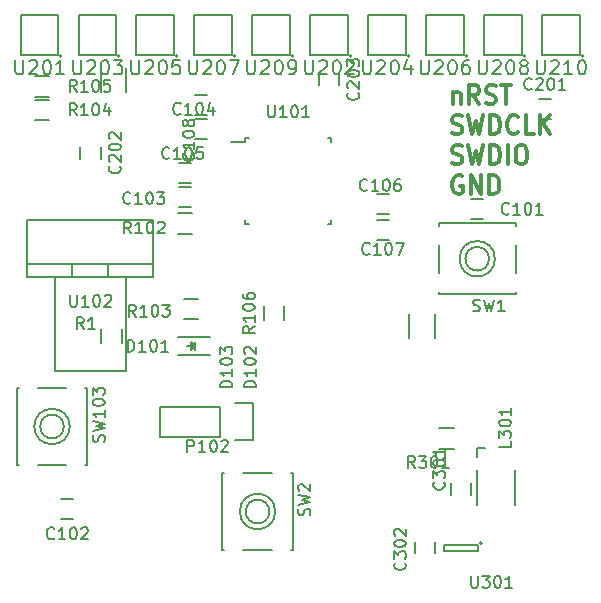
<source format=gto>
G04 #@! TF.FileFunction,Legend,Top*
%FSLAX46Y46*%
G04 Gerber Fmt 4.6, Leading zero omitted, Abs format (unit mm)*
G04 Created by KiCad (PCBNEW 4.0.2-stable) date Thursday, February 16, 2017 'PMt' 10:10:23 PM*
%MOMM*%
G01*
G04 APERTURE LIST*
%ADD10C,0.100000*%
%ADD11C,0.300000*%
%ADD12C,0.150000*%
%ADD13C,0.200000*%
G04 APERTURE END LIST*
D10*
D11*
X181957143Y-65047143D02*
X181957143Y-66113810D01*
X181957143Y-65199524D02*
X182028571Y-65123333D01*
X182171429Y-65047143D01*
X182385714Y-65047143D01*
X182528571Y-65123333D01*
X182600000Y-65275714D01*
X182600000Y-66113810D01*
X184171429Y-66113810D02*
X183671429Y-65351905D01*
X183314286Y-66113810D02*
X183314286Y-64513810D01*
X183885714Y-64513810D01*
X184028572Y-64590000D01*
X184100000Y-64666190D01*
X184171429Y-64818571D01*
X184171429Y-65047143D01*
X184100000Y-65199524D01*
X184028572Y-65275714D01*
X183885714Y-65351905D01*
X183314286Y-65351905D01*
X184742857Y-66037619D02*
X184957143Y-66113810D01*
X185314286Y-66113810D01*
X185457143Y-66037619D01*
X185528572Y-65961429D01*
X185600000Y-65809048D01*
X185600000Y-65656667D01*
X185528572Y-65504286D01*
X185457143Y-65428095D01*
X185314286Y-65351905D01*
X185028572Y-65275714D01*
X184885714Y-65199524D01*
X184814286Y-65123333D01*
X184742857Y-64970952D01*
X184742857Y-64818571D01*
X184814286Y-64666190D01*
X184885714Y-64590000D01*
X185028572Y-64513810D01*
X185385714Y-64513810D01*
X185600000Y-64590000D01*
X186028571Y-64513810D02*
X186885714Y-64513810D01*
X186457143Y-66113810D02*
X186457143Y-64513810D01*
X181885714Y-68577619D02*
X182100000Y-68653810D01*
X182457143Y-68653810D01*
X182600000Y-68577619D01*
X182671429Y-68501429D01*
X182742857Y-68349048D01*
X182742857Y-68196667D01*
X182671429Y-68044286D01*
X182600000Y-67968095D01*
X182457143Y-67891905D01*
X182171429Y-67815714D01*
X182028571Y-67739524D01*
X181957143Y-67663333D01*
X181885714Y-67510952D01*
X181885714Y-67358571D01*
X181957143Y-67206190D01*
X182028571Y-67130000D01*
X182171429Y-67053810D01*
X182528571Y-67053810D01*
X182742857Y-67130000D01*
X183242857Y-67053810D02*
X183600000Y-68653810D01*
X183885714Y-67510952D01*
X184171428Y-68653810D01*
X184528571Y-67053810D01*
X185100000Y-68653810D02*
X185100000Y-67053810D01*
X185457143Y-67053810D01*
X185671428Y-67130000D01*
X185814286Y-67282381D01*
X185885714Y-67434762D01*
X185957143Y-67739524D01*
X185957143Y-67968095D01*
X185885714Y-68272857D01*
X185814286Y-68425238D01*
X185671428Y-68577619D01*
X185457143Y-68653810D01*
X185100000Y-68653810D01*
X187457143Y-68501429D02*
X187385714Y-68577619D01*
X187171428Y-68653810D01*
X187028571Y-68653810D01*
X186814286Y-68577619D01*
X186671428Y-68425238D01*
X186600000Y-68272857D01*
X186528571Y-67968095D01*
X186528571Y-67739524D01*
X186600000Y-67434762D01*
X186671428Y-67282381D01*
X186814286Y-67130000D01*
X187028571Y-67053810D01*
X187171428Y-67053810D01*
X187385714Y-67130000D01*
X187457143Y-67206190D01*
X188814286Y-68653810D02*
X188100000Y-68653810D01*
X188100000Y-67053810D01*
X189314286Y-68653810D02*
X189314286Y-67053810D01*
X190171429Y-68653810D02*
X189528572Y-67739524D01*
X190171429Y-67053810D02*
X189314286Y-67968095D01*
X181885714Y-71117619D02*
X182100000Y-71193810D01*
X182457143Y-71193810D01*
X182600000Y-71117619D01*
X182671429Y-71041429D01*
X182742857Y-70889048D01*
X182742857Y-70736667D01*
X182671429Y-70584286D01*
X182600000Y-70508095D01*
X182457143Y-70431905D01*
X182171429Y-70355714D01*
X182028571Y-70279524D01*
X181957143Y-70203333D01*
X181885714Y-70050952D01*
X181885714Y-69898571D01*
X181957143Y-69746190D01*
X182028571Y-69670000D01*
X182171429Y-69593810D01*
X182528571Y-69593810D01*
X182742857Y-69670000D01*
X183242857Y-69593810D02*
X183600000Y-71193810D01*
X183885714Y-70050952D01*
X184171428Y-71193810D01*
X184528571Y-69593810D01*
X185100000Y-71193810D02*
X185100000Y-69593810D01*
X185457143Y-69593810D01*
X185671428Y-69670000D01*
X185814286Y-69822381D01*
X185885714Y-69974762D01*
X185957143Y-70279524D01*
X185957143Y-70508095D01*
X185885714Y-70812857D01*
X185814286Y-70965238D01*
X185671428Y-71117619D01*
X185457143Y-71193810D01*
X185100000Y-71193810D01*
X186600000Y-71193810D02*
X186600000Y-69593810D01*
X187600000Y-69593810D02*
X187885714Y-69593810D01*
X188028572Y-69670000D01*
X188171429Y-69822381D01*
X188242857Y-70127143D01*
X188242857Y-70660476D01*
X188171429Y-70965238D01*
X188028572Y-71117619D01*
X187885714Y-71193810D01*
X187600000Y-71193810D01*
X187457143Y-71117619D01*
X187314286Y-70965238D01*
X187242857Y-70660476D01*
X187242857Y-70127143D01*
X187314286Y-69822381D01*
X187457143Y-69670000D01*
X187600000Y-69593810D01*
X182742857Y-72210000D02*
X182600000Y-72133810D01*
X182385714Y-72133810D01*
X182171429Y-72210000D01*
X182028571Y-72362381D01*
X181957143Y-72514762D01*
X181885714Y-72819524D01*
X181885714Y-73048095D01*
X181957143Y-73352857D01*
X182028571Y-73505238D01*
X182171429Y-73657619D01*
X182385714Y-73733810D01*
X182528571Y-73733810D01*
X182742857Y-73657619D01*
X182814286Y-73581429D01*
X182814286Y-73048095D01*
X182528571Y-73048095D01*
X183457143Y-73733810D02*
X183457143Y-72133810D01*
X184314286Y-73733810D01*
X184314286Y-72133810D01*
X185028572Y-73733810D02*
X185028572Y-72133810D01*
X185385715Y-72133810D01*
X185600000Y-72210000D01*
X185742858Y-72362381D01*
X185814286Y-72514762D01*
X185885715Y-72819524D01*
X185885715Y-73048095D01*
X185814286Y-73352857D01*
X185742858Y-73505238D01*
X185600000Y-73657619D01*
X185385715Y-73733810D01*
X185028572Y-73733810D01*
D12*
X180399000Y-83910000D02*
X180399000Y-85910000D01*
X178249000Y-85910000D02*
X178249000Y-83910000D01*
X160100000Y-67000000D02*
X161100000Y-67000000D01*
X161100000Y-65300000D02*
X160100000Y-65300000D01*
D13*
X154257000Y-88724000D02*
X154257000Y-80724000D01*
X148257000Y-88724000D02*
X148257000Y-80724000D01*
X148257000Y-88724000D02*
X154257000Y-88724000D01*
D12*
X152781000Y-80772000D02*
X152781000Y-79629000D01*
X149733000Y-80772000D02*
X149733000Y-79629000D01*
X145923000Y-79629000D02*
X145923000Y-75946000D01*
X145923000Y-75946000D02*
X156591000Y-75946000D01*
X156591000Y-75946000D02*
X156591000Y-79629000D01*
X145923000Y-80772000D02*
X145923000Y-79629000D01*
X145923000Y-79629000D02*
X156591000Y-79629000D01*
X156591000Y-79629000D02*
X156591000Y-80772000D01*
X151257000Y-80772000D02*
X156591000Y-80772000D01*
X151257000Y-80772000D02*
X145923000Y-80772000D01*
X154275000Y-63050000D02*
X154275000Y-65050000D01*
X152125000Y-65050000D02*
X152125000Y-63050000D01*
X183500000Y-75850000D02*
X184500000Y-75850000D01*
X184500000Y-74150000D02*
X183500000Y-74150000D01*
X148800000Y-101250000D02*
X149800000Y-101250000D01*
X149800000Y-99550000D02*
X148800000Y-99550000D01*
X158750000Y-74850000D02*
X159750000Y-74850000D01*
X159750000Y-73150000D02*
X158750000Y-73150000D01*
X160100000Y-69100000D02*
X161100000Y-69100000D01*
X161100000Y-67400000D02*
X160100000Y-67400000D01*
X158750000Y-72750000D02*
X159750000Y-72750000D01*
X159750000Y-71050000D02*
X158750000Y-71050000D01*
X183450000Y-99200000D02*
X183450000Y-98200000D01*
X181750000Y-98200000D02*
X181750000Y-99200000D01*
X178750000Y-103150000D02*
X178750000Y-104150000D01*
X180450000Y-104150000D02*
X180450000Y-103150000D01*
X161366000Y-85864000D02*
X158666000Y-85864000D01*
X161366000Y-87364000D02*
X158666000Y-87364000D01*
X159866000Y-86464000D02*
X159866000Y-86714000D01*
X159866000Y-86714000D02*
X160016000Y-86564000D01*
X160116000Y-86964000D02*
X160116000Y-86264000D01*
X159766000Y-86614000D02*
X159416000Y-86614000D01*
X160116000Y-86614000D02*
X159766000Y-86964000D01*
X159766000Y-86964000D02*
X159766000Y-86264000D01*
X159766000Y-86264000D02*
X160116000Y-86614000D01*
X184000000Y-95200000D02*
X184650000Y-95200000D01*
X184000000Y-95950000D02*
X184000000Y-95200000D01*
X184000000Y-100050000D02*
X184000000Y-97050000D01*
X187200000Y-97050000D02*
X187200000Y-100050000D01*
X153925000Y-85150000D02*
X153925000Y-86350000D01*
X152175000Y-86350000D02*
X152175000Y-85150000D01*
X159850000Y-77075000D02*
X158650000Y-77075000D01*
X158650000Y-75325000D02*
X159850000Y-75325000D01*
X160366000Y-84314000D02*
X159166000Y-84314000D01*
X159166000Y-82564000D02*
X160366000Y-82564000D01*
X147750000Y-67475000D02*
X146550000Y-67475000D01*
X146550000Y-65725000D02*
X147750000Y-65725000D01*
X147750000Y-65475000D02*
X146550000Y-65475000D01*
X146550000Y-63725000D02*
X147750000Y-63725000D01*
X167675000Y-83200000D02*
X167675000Y-84400000D01*
X165925000Y-84400000D02*
X165925000Y-83200000D01*
X180800000Y-93525000D02*
X182000000Y-93525000D01*
X182000000Y-95275000D02*
X180800000Y-95275000D01*
X164375000Y-68975000D02*
X164375000Y-69275000D01*
X171625000Y-68975000D02*
X171625000Y-69275000D01*
X171625000Y-76225000D02*
X171625000Y-75925000D01*
X164375000Y-76225000D02*
X164375000Y-75925000D01*
X164375000Y-68975000D02*
X164675000Y-68975000D01*
X164375000Y-76225000D02*
X164675000Y-76225000D01*
X171625000Y-76225000D02*
X171325000Y-76225000D01*
X171625000Y-68975000D02*
X171325000Y-68975000D01*
X164375000Y-69275000D02*
X163150000Y-69275000D01*
X184400000Y-103300000D02*
G75*
G03X184400000Y-103300000I-100000J0D01*
G01*
X184050000Y-103950000D02*
X184050000Y-103450000D01*
X181150000Y-103950000D02*
X184050000Y-103950000D01*
X181150000Y-103450000D02*
X181150000Y-103950000D01*
X184050000Y-103450000D02*
X181150000Y-103450000D01*
X162230000Y-91730000D02*
X157150000Y-91730000D01*
X157150000Y-91730000D02*
X157150000Y-94270000D01*
X157150000Y-94270000D02*
X162230000Y-94270000D01*
X165050000Y-94550000D02*
X163500000Y-94550000D01*
X162230000Y-94270000D02*
X162230000Y-91730000D01*
X163500000Y-91450000D02*
X165050000Y-91450000D01*
X165050000Y-91450000D02*
X165050000Y-94550000D01*
X176500000Y-73750000D02*
X175500000Y-73750000D01*
X175500000Y-75450000D02*
X176500000Y-75450000D01*
X176500000Y-75950000D02*
X175500000Y-75950000D01*
X175500000Y-77650000D02*
X176500000Y-77650000D01*
X180750000Y-82200000D02*
X180750000Y-82000000D01*
X180750000Y-76200000D02*
X180750000Y-76400000D01*
X187250000Y-76200000D02*
X187250000Y-76400000D01*
X187250000Y-82200000D02*
X187250000Y-82000000D01*
X187250000Y-80400000D02*
X187250000Y-78000000D01*
X180750000Y-80400000D02*
X180750000Y-78000000D01*
X180750000Y-82200000D02*
X187250000Y-82200000D01*
X187250000Y-76200000D02*
X180750000Y-76200000D01*
X185000000Y-79200000D02*
G75*
G03X185000000Y-79200000I-1000000J0D01*
G01*
X185500000Y-79200000D02*
G75*
G03X185500000Y-79200000I-1500000J0D01*
G01*
X168400000Y-103850000D02*
X168200000Y-103850000D01*
X162400000Y-103850000D02*
X162600000Y-103850000D01*
X162400000Y-97350000D02*
X162600000Y-97350000D01*
X168400000Y-97350000D02*
X168200000Y-97350000D01*
X166600000Y-97350000D02*
X164200000Y-97350000D01*
X166600000Y-103850000D02*
X164200000Y-103850000D01*
X168400000Y-103850000D02*
X168400000Y-97350000D01*
X162400000Y-97350000D02*
X162400000Y-103850000D01*
X166400000Y-100600000D02*
G75*
G03X166400000Y-100600000I-1000000J0D01*
G01*
X166900000Y-100600000D02*
G75*
G03X166900000Y-100600000I-1500000J0D01*
G01*
X151000000Y-96650000D02*
X150800000Y-96650000D01*
X145000000Y-96650000D02*
X145200000Y-96650000D01*
X145000000Y-90150000D02*
X145200000Y-90150000D01*
X151000000Y-90150000D02*
X150800000Y-90150000D01*
X149200000Y-90150000D02*
X146800000Y-90150000D01*
X149200000Y-96650000D02*
X146800000Y-96650000D01*
X151000000Y-96650000D02*
X151000000Y-90150000D01*
X145000000Y-90150000D02*
X145000000Y-96650000D01*
X149000000Y-93400000D02*
G75*
G03X149000000Y-93400000I-1000000J0D01*
G01*
X149500000Y-93400000D02*
G75*
G03X149500000Y-93400000I-1500000J0D01*
G01*
X148540000Y-58530000D02*
X148540000Y-61930000D01*
X145340000Y-58530000D02*
X148540000Y-58530000D01*
X145340000Y-61930000D02*
X145340000Y-58530000D01*
X148540000Y-61930000D02*
X145340000Y-61930000D01*
D13*
X148840000Y-62030000D02*
G75*
G03X148840000Y-62030000I-100000J0D01*
G01*
D12*
X173067775Y-58530000D02*
X173067775Y-61930000D01*
X169867775Y-58530000D02*
X173067775Y-58530000D01*
X169867775Y-61930000D02*
X169867775Y-58530000D01*
X173067775Y-61930000D02*
X169867775Y-61930000D01*
D13*
X173367775Y-62030000D02*
G75*
G03X173367775Y-62030000I-100000J0D01*
G01*
D12*
X153445555Y-58530000D02*
X153445555Y-61930000D01*
X150245555Y-58530000D02*
X153445555Y-58530000D01*
X150245555Y-61930000D02*
X150245555Y-58530000D01*
X153445555Y-61930000D02*
X150245555Y-61930000D01*
D13*
X153745555Y-62030000D02*
G75*
G03X153745555Y-62030000I-100000J0D01*
G01*
D12*
X177973330Y-58530000D02*
X177973330Y-61930000D01*
X174773330Y-58530000D02*
X177973330Y-58530000D01*
X174773330Y-61930000D02*
X174773330Y-58530000D01*
X177973330Y-61930000D02*
X174773330Y-61930000D01*
D13*
X178273330Y-62030000D02*
G75*
G03X178273330Y-62030000I-100000J0D01*
G01*
D12*
X158351110Y-58530000D02*
X158351110Y-61930000D01*
X155151110Y-58530000D02*
X158351110Y-58530000D01*
X155151110Y-61930000D02*
X155151110Y-58530000D01*
X158351110Y-61930000D02*
X155151110Y-61930000D01*
D13*
X158651110Y-62030000D02*
G75*
G03X158651110Y-62030000I-100000J0D01*
G01*
D12*
X182878885Y-58530000D02*
X182878885Y-61930000D01*
X179678885Y-58530000D02*
X182878885Y-58530000D01*
X179678885Y-61930000D02*
X179678885Y-58530000D01*
X182878885Y-61930000D02*
X179678885Y-61930000D01*
D13*
X183178885Y-62030000D02*
G75*
G03X183178885Y-62030000I-100000J0D01*
G01*
D12*
X163256665Y-58530000D02*
X163256665Y-61930000D01*
X160056665Y-58530000D02*
X163256665Y-58530000D01*
X160056665Y-61930000D02*
X160056665Y-58530000D01*
X163256665Y-61930000D02*
X160056665Y-61930000D01*
D13*
X163556665Y-62030000D02*
G75*
G03X163556665Y-62030000I-100000J0D01*
G01*
D12*
X187784440Y-58530000D02*
X187784440Y-61930000D01*
X184584440Y-58530000D02*
X187784440Y-58530000D01*
X184584440Y-61930000D02*
X184584440Y-58530000D01*
X187784440Y-61930000D02*
X184584440Y-61930000D01*
D13*
X188084440Y-62030000D02*
G75*
G03X188084440Y-62030000I-100000J0D01*
G01*
D12*
X168162220Y-58530000D02*
X168162220Y-61930000D01*
X164962220Y-58530000D02*
X168162220Y-58530000D01*
X164962220Y-61930000D02*
X164962220Y-58530000D01*
X168162220Y-61930000D02*
X164962220Y-61930000D01*
D13*
X168462220Y-62030000D02*
G75*
G03X168462220Y-62030000I-100000J0D01*
G01*
D12*
X192689995Y-58530000D02*
X192689995Y-61930000D01*
X189489995Y-58530000D02*
X192689995Y-58530000D01*
X189489995Y-61930000D02*
X189489995Y-58530000D01*
X192689995Y-61930000D02*
X189489995Y-61930000D01*
D13*
X192989995Y-62030000D02*
G75*
G03X192989995Y-62030000I-100000J0D01*
G01*
D12*
X190222000Y-65698000D02*
X189222000Y-65698000D01*
X189222000Y-67398000D02*
X190222000Y-67398000D01*
X152107000Y-70731000D02*
X152107000Y-69731000D01*
X150407000Y-69731000D02*
X150407000Y-70731000D01*
X172300000Y-64524000D02*
X172300000Y-63524000D01*
X170600000Y-63524000D02*
X170600000Y-64524000D01*
X159957143Y-70269047D02*
X160004762Y-70316666D01*
X160052381Y-70459523D01*
X160052381Y-70554761D01*
X160004762Y-70697619D01*
X159909524Y-70792857D01*
X159814286Y-70840476D01*
X159623810Y-70888095D01*
X159480952Y-70888095D01*
X159290476Y-70840476D01*
X159195238Y-70792857D01*
X159100000Y-70697619D01*
X159052381Y-70554761D01*
X159052381Y-70459523D01*
X159100000Y-70316666D01*
X159147619Y-70269047D01*
X160052381Y-69316666D02*
X160052381Y-69888095D01*
X160052381Y-69602381D02*
X159052381Y-69602381D01*
X159195238Y-69697619D01*
X159290476Y-69792857D01*
X159338095Y-69888095D01*
X159052381Y-68697619D02*
X159052381Y-68602380D01*
X159100000Y-68507142D01*
X159147619Y-68459523D01*
X159242857Y-68411904D01*
X159433333Y-68364285D01*
X159671429Y-68364285D01*
X159861905Y-68411904D01*
X159957143Y-68459523D01*
X160004762Y-68507142D01*
X160052381Y-68602380D01*
X160052381Y-68697619D01*
X160004762Y-68792857D01*
X159957143Y-68840476D01*
X159861905Y-68888095D01*
X159671429Y-68935714D01*
X159433333Y-68935714D01*
X159242857Y-68888095D01*
X159147619Y-68840476D01*
X159100000Y-68792857D01*
X159052381Y-68697619D01*
X159480952Y-67792857D02*
X159433333Y-67888095D01*
X159385714Y-67935714D01*
X159290476Y-67983333D01*
X159242857Y-67983333D01*
X159147619Y-67935714D01*
X159100000Y-67888095D01*
X159052381Y-67792857D01*
X159052381Y-67602380D01*
X159100000Y-67507142D01*
X159147619Y-67459523D01*
X159242857Y-67411904D01*
X159290476Y-67411904D01*
X159385714Y-67459523D01*
X159433333Y-67507142D01*
X159480952Y-67602380D01*
X159480952Y-67792857D01*
X159528571Y-67888095D01*
X159576190Y-67935714D01*
X159671429Y-67983333D01*
X159861905Y-67983333D01*
X159957143Y-67935714D01*
X160004762Y-67888095D01*
X160052381Y-67792857D01*
X160052381Y-67602380D01*
X160004762Y-67507142D01*
X159957143Y-67459523D01*
X159861905Y-67411904D01*
X159671429Y-67411904D01*
X159576190Y-67459523D01*
X159528571Y-67507142D01*
X159480952Y-67602380D01*
X149542714Y-82256381D02*
X149542714Y-83065905D01*
X149590333Y-83161143D01*
X149637952Y-83208762D01*
X149733190Y-83256381D01*
X149923667Y-83256381D01*
X150018905Y-83208762D01*
X150066524Y-83161143D01*
X150114143Y-83065905D01*
X150114143Y-82256381D01*
X151114143Y-83256381D02*
X150542714Y-83256381D01*
X150828428Y-83256381D02*
X150828428Y-82256381D01*
X150733190Y-82399238D01*
X150637952Y-82494476D01*
X150542714Y-82542095D01*
X151733190Y-82256381D02*
X151828429Y-82256381D01*
X151923667Y-82304000D01*
X151971286Y-82351619D01*
X152018905Y-82446857D01*
X152066524Y-82637333D01*
X152066524Y-82875429D01*
X152018905Y-83065905D01*
X151971286Y-83161143D01*
X151923667Y-83208762D01*
X151828429Y-83256381D01*
X151733190Y-83256381D01*
X151637952Y-83208762D01*
X151590333Y-83161143D01*
X151542714Y-83065905D01*
X151495095Y-82875429D01*
X151495095Y-82637333D01*
X151542714Y-82446857D01*
X151590333Y-82351619D01*
X151637952Y-82304000D01*
X151733190Y-82256381D01*
X152447476Y-82351619D02*
X152495095Y-82304000D01*
X152590333Y-82256381D01*
X152828429Y-82256381D01*
X152923667Y-82304000D01*
X152971286Y-82351619D01*
X153018905Y-82446857D01*
X153018905Y-82542095D01*
X152971286Y-82684952D01*
X152399857Y-83256381D01*
X153018905Y-83256381D01*
X186680953Y-75357143D02*
X186633334Y-75404762D01*
X186490477Y-75452381D01*
X186395239Y-75452381D01*
X186252381Y-75404762D01*
X186157143Y-75309524D01*
X186109524Y-75214286D01*
X186061905Y-75023810D01*
X186061905Y-74880952D01*
X186109524Y-74690476D01*
X186157143Y-74595238D01*
X186252381Y-74500000D01*
X186395239Y-74452381D01*
X186490477Y-74452381D01*
X186633334Y-74500000D01*
X186680953Y-74547619D01*
X187633334Y-75452381D02*
X187061905Y-75452381D01*
X187347619Y-75452381D02*
X187347619Y-74452381D01*
X187252381Y-74595238D01*
X187157143Y-74690476D01*
X187061905Y-74738095D01*
X188252381Y-74452381D02*
X188347620Y-74452381D01*
X188442858Y-74500000D01*
X188490477Y-74547619D01*
X188538096Y-74642857D01*
X188585715Y-74833333D01*
X188585715Y-75071429D01*
X188538096Y-75261905D01*
X188490477Y-75357143D01*
X188442858Y-75404762D01*
X188347620Y-75452381D01*
X188252381Y-75452381D01*
X188157143Y-75404762D01*
X188109524Y-75357143D01*
X188061905Y-75261905D01*
X188014286Y-75071429D01*
X188014286Y-74833333D01*
X188061905Y-74642857D01*
X188109524Y-74547619D01*
X188157143Y-74500000D01*
X188252381Y-74452381D01*
X189538096Y-75452381D02*
X188966667Y-75452381D01*
X189252381Y-75452381D02*
X189252381Y-74452381D01*
X189157143Y-74595238D01*
X189061905Y-74690476D01*
X188966667Y-74738095D01*
X148180953Y-102857143D02*
X148133334Y-102904762D01*
X147990477Y-102952381D01*
X147895239Y-102952381D01*
X147752381Y-102904762D01*
X147657143Y-102809524D01*
X147609524Y-102714286D01*
X147561905Y-102523810D01*
X147561905Y-102380952D01*
X147609524Y-102190476D01*
X147657143Y-102095238D01*
X147752381Y-102000000D01*
X147895239Y-101952381D01*
X147990477Y-101952381D01*
X148133334Y-102000000D01*
X148180953Y-102047619D01*
X149133334Y-102952381D02*
X148561905Y-102952381D01*
X148847619Y-102952381D02*
X148847619Y-101952381D01*
X148752381Y-102095238D01*
X148657143Y-102190476D01*
X148561905Y-102238095D01*
X149752381Y-101952381D02*
X149847620Y-101952381D01*
X149942858Y-102000000D01*
X149990477Y-102047619D01*
X150038096Y-102142857D01*
X150085715Y-102333333D01*
X150085715Y-102571429D01*
X150038096Y-102761905D01*
X149990477Y-102857143D01*
X149942858Y-102904762D01*
X149847620Y-102952381D01*
X149752381Y-102952381D01*
X149657143Y-102904762D01*
X149609524Y-102857143D01*
X149561905Y-102761905D01*
X149514286Y-102571429D01*
X149514286Y-102333333D01*
X149561905Y-102142857D01*
X149609524Y-102047619D01*
X149657143Y-102000000D01*
X149752381Y-101952381D01*
X150466667Y-102047619D02*
X150514286Y-102000000D01*
X150609524Y-101952381D01*
X150847620Y-101952381D01*
X150942858Y-102000000D01*
X150990477Y-102047619D01*
X151038096Y-102142857D01*
X151038096Y-102238095D01*
X150990477Y-102380952D01*
X150419048Y-102952381D01*
X151038096Y-102952381D01*
X154630953Y-74457143D02*
X154583334Y-74504762D01*
X154440477Y-74552381D01*
X154345239Y-74552381D01*
X154202381Y-74504762D01*
X154107143Y-74409524D01*
X154059524Y-74314286D01*
X154011905Y-74123810D01*
X154011905Y-73980952D01*
X154059524Y-73790476D01*
X154107143Y-73695238D01*
X154202381Y-73600000D01*
X154345239Y-73552381D01*
X154440477Y-73552381D01*
X154583334Y-73600000D01*
X154630953Y-73647619D01*
X155583334Y-74552381D02*
X155011905Y-74552381D01*
X155297619Y-74552381D02*
X155297619Y-73552381D01*
X155202381Y-73695238D01*
X155107143Y-73790476D01*
X155011905Y-73838095D01*
X156202381Y-73552381D02*
X156297620Y-73552381D01*
X156392858Y-73600000D01*
X156440477Y-73647619D01*
X156488096Y-73742857D01*
X156535715Y-73933333D01*
X156535715Y-74171429D01*
X156488096Y-74361905D01*
X156440477Y-74457143D01*
X156392858Y-74504762D01*
X156297620Y-74552381D01*
X156202381Y-74552381D01*
X156107143Y-74504762D01*
X156059524Y-74457143D01*
X156011905Y-74361905D01*
X155964286Y-74171429D01*
X155964286Y-73933333D01*
X156011905Y-73742857D01*
X156059524Y-73647619D01*
X156107143Y-73600000D01*
X156202381Y-73552381D01*
X156869048Y-73552381D02*
X157488096Y-73552381D01*
X157154762Y-73933333D01*
X157297620Y-73933333D01*
X157392858Y-73980952D01*
X157440477Y-74028571D01*
X157488096Y-74123810D01*
X157488096Y-74361905D01*
X157440477Y-74457143D01*
X157392858Y-74504762D01*
X157297620Y-74552381D01*
X157011905Y-74552381D01*
X156916667Y-74504762D01*
X156869048Y-74457143D01*
X158880953Y-66907143D02*
X158833334Y-66954762D01*
X158690477Y-67002381D01*
X158595239Y-67002381D01*
X158452381Y-66954762D01*
X158357143Y-66859524D01*
X158309524Y-66764286D01*
X158261905Y-66573810D01*
X158261905Y-66430952D01*
X158309524Y-66240476D01*
X158357143Y-66145238D01*
X158452381Y-66050000D01*
X158595239Y-66002381D01*
X158690477Y-66002381D01*
X158833334Y-66050000D01*
X158880953Y-66097619D01*
X159833334Y-67002381D02*
X159261905Y-67002381D01*
X159547619Y-67002381D02*
X159547619Y-66002381D01*
X159452381Y-66145238D01*
X159357143Y-66240476D01*
X159261905Y-66288095D01*
X160452381Y-66002381D02*
X160547620Y-66002381D01*
X160642858Y-66050000D01*
X160690477Y-66097619D01*
X160738096Y-66192857D01*
X160785715Y-66383333D01*
X160785715Y-66621429D01*
X160738096Y-66811905D01*
X160690477Y-66907143D01*
X160642858Y-66954762D01*
X160547620Y-67002381D01*
X160452381Y-67002381D01*
X160357143Y-66954762D01*
X160309524Y-66907143D01*
X160261905Y-66811905D01*
X160214286Y-66621429D01*
X160214286Y-66383333D01*
X160261905Y-66192857D01*
X160309524Y-66097619D01*
X160357143Y-66050000D01*
X160452381Y-66002381D01*
X161642858Y-66335714D02*
X161642858Y-67002381D01*
X161404762Y-65954762D02*
X161166667Y-66669048D01*
X161785715Y-66669048D01*
X157930953Y-70657143D02*
X157883334Y-70704762D01*
X157740477Y-70752381D01*
X157645239Y-70752381D01*
X157502381Y-70704762D01*
X157407143Y-70609524D01*
X157359524Y-70514286D01*
X157311905Y-70323810D01*
X157311905Y-70180952D01*
X157359524Y-69990476D01*
X157407143Y-69895238D01*
X157502381Y-69800000D01*
X157645239Y-69752381D01*
X157740477Y-69752381D01*
X157883334Y-69800000D01*
X157930953Y-69847619D01*
X158883334Y-70752381D02*
X158311905Y-70752381D01*
X158597619Y-70752381D02*
X158597619Y-69752381D01*
X158502381Y-69895238D01*
X158407143Y-69990476D01*
X158311905Y-70038095D01*
X159502381Y-69752381D02*
X159597620Y-69752381D01*
X159692858Y-69800000D01*
X159740477Y-69847619D01*
X159788096Y-69942857D01*
X159835715Y-70133333D01*
X159835715Y-70371429D01*
X159788096Y-70561905D01*
X159740477Y-70657143D01*
X159692858Y-70704762D01*
X159597620Y-70752381D01*
X159502381Y-70752381D01*
X159407143Y-70704762D01*
X159359524Y-70657143D01*
X159311905Y-70561905D01*
X159264286Y-70371429D01*
X159264286Y-70133333D01*
X159311905Y-69942857D01*
X159359524Y-69847619D01*
X159407143Y-69800000D01*
X159502381Y-69752381D01*
X160740477Y-69752381D02*
X160264286Y-69752381D01*
X160216667Y-70228571D01*
X160264286Y-70180952D01*
X160359524Y-70133333D01*
X160597620Y-70133333D01*
X160692858Y-70180952D01*
X160740477Y-70228571D01*
X160788096Y-70323810D01*
X160788096Y-70561905D01*
X160740477Y-70657143D01*
X160692858Y-70704762D01*
X160597620Y-70752381D01*
X160359524Y-70752381D01*
X160264286Y-70704762D01*
X160216667Y-70657143D01*
X181157143Y-98119047D02*
X181204762Y-98166666D01*
X181252381Y-98309523D01*
X181252381Y-98404761D01*
X181204762Y-98547619D01*
X181109524Y-98642857D01*
X181014286Y-98690476D01*
X180823810Y-98738095D01*
X180680952Y-98738095D01*
X180490476Y-98690476D01*
X180395238Y-98642857D01*
X180300000Y-98547619D01*
X180252381Y-98404761D01*
X180252381Y-98309523D01*
X180300000Y-98166666D01*
X180347619Y-98119047D01*
X180252381Y-97785714D02*
X180252381Y-97166666D01*
X180633333Y-97500000D01*
X180633333Y-97357142D01*
X180680952Y-97261904D01*
X180728571Y-97214285D01*
X180823810Y-97166666D01*
X181061905Y-97166666D01*
X181157143Y-97214285D01*
X181204762Y-97261904D01*
X181252381Y-97357142D01*
X181252381Y-97642857D01*
X181204762Y-97738095D01*
X181157143Y-97785714D01*
X180252381Y-96547619D02*
X180252381Y-96452380D01*
X180300000Y-96357142D01*
X180347619Y-96309523D01*
X180442857Y-96261904D01*
X180633333Y-96214285D01*
X180871429Y-96214285D01*
X181061905Y-96261904D01*
X181157143Y-96309523D01*
X181204762Y-96357142D01*
X181252381Y-96452380D01*
X181252381Y-96547619D01*
X181204762Y-96642857D01*
X181157143Y-96690476D01*
X181061905Y-96738095D01*
X180871429Y-96785714D01*
X180633333Y-96785714D01*
X180442857Y-96738095D01*
X180347619Y-96690476D01*
X180300000Y-96642857D01*
X180252381Y-96547619D01*
X181252381Y-95261904D02*
X181252381Y-95833333D01*
X181252381Y-95547619D02*
X180252381Y-95547619D01*
X180395238Y-95642857D01*
X180490476Y-95738095D01*
X180538095Y-95833333D01*
X177857143Y-104919047D02*
X177904762Y-104966666D01*
X177952381Y-105109523D01*
X177952381Y-105204761D01*
X177904762Y-105347619D01*
X177809524Y-105442857D01*
X177714286Y-105490476D01*
X177523810Y-105538095D01*
X177380952Y-105538095D01*
X177190476Y-105490476D01*
X177095238Y-105442857D01*
X177000000Y-105347619D01*
X176952381Y-105204761D01*
X176952381Y-105109523D01*
X177000000Y-104966666D01*
X177047619Y-104919047D01*
X176952381Y-104585714D02*
X176952381Y-103966666D01*
X177333333Y-104300000D01*
X177333333Y-104157142D01*
X177380952Y-104061904D01*
X177428571Y-104014285D01*
X177523810Y-103966666D01*
X177761905Y-103966666D01*
X177857143Y-104014285D01*
X177904762Y-104061904D01*
X177952381Y-104157142D01*
X177952381Y-104442857D01*
X177904762Y-104538095D01*
X177857143Y-104585714D01*
X176952381Y-103347619D02*
X176952381Y-103252380D01*
X177000000Y-103157142D01*
X177047619Y-103109523D01*
X177142857Y-103061904D01*
X177333333Y-103014285D01*
X177571429Y-103014285D01*
X177761905Y-103061904D01*
X177857143Y-103109523D01*
X177904762Y-103157142D01*
X177952381Y-103252380D01*
X177952381Y-103347619D01*
X177904762Y-103442857D01*
X177857143Y-103490476D01*
X177761905Y-103538095D01*
X177571429Y-103585714D01*
X177333333Y-103585714D01*
X177142857Y-103538095D01*
X177047619Y-103490476D01*
X177000000Y-103442857D01*
X176952381Y-103347619D01*
X177047619Y-102633333D02*
X177000000Y-102585714D01*
X176952381Y-102490476D01*
X176952381Y-102252380D01*
X177000000Y-102157142D01*
X177047619Y-102109523D01*
X177142857Y-102061904D01*
X177238095Y-102061904D01*
X177380952Y-102109523D01*
X177952381Y-102680952D01*
X177952381Y-102061904D01*
X154392524Y-87066381D02*
X154392524Y-86066381D01*
X154630619Y-86066381D01*
X154773477Y-86114000D01*
X154868715Y-86209238D01*
X154916334Y-86304476D01*
X154963953Y-86494952D01*
X154963953Y-86637810D01*
X154916334Y-86828286D01*
X154868715Y-86923524D01*
X154773477Y-87018762D01*
X154630619Y-87066381D01*
X154392524Y-87066381D01*
X155916334Y-87066381D02*
X155344905Y-87066381D01*
X155630619Y-87066381D02*
X155630619Y-86066381D01*
X155535381Y-86209238D01*
X155440143Y-86304476D01*
X155344905Y-86352095D01*
X156535381Y-86066381D02*
X156630620Y-86066381D01*
X156725858Y-86114000D01*
X156773477Y-86161619D01*
X156821096Y-86256857D01*
X156868715Y-86447333D01*
X156868715Y-86685429D01*
X156821096Y-86875905D01*
X156773477Y-86971143D01*
X156725858Y-87018762D01*
X156630620Y-87066381D01*
X156535381Y-87066381D01*
X156440143Y-87018762D01*
X156392524Y-86971143D01*
X156344905Y-86875905D01*
X156297286Y-86685429D01*
X156297286Y-86447333D01*
X156344905Y-86256857D01*
X156392524Y-86161619D01*
X156440143Y-86114000D01*
X156535381Y-86066381D01*
X157821096Y-87066381D02*
X157249667Y-87066381D01*
X157535381Y-87066381D02*
X157535381Y-86066381D01*
X157440143Y-86209238D01*
X157344905Y-86304476D01*
X157249667Y-86352095D01*
X165252381Y-90090476D02*
X164252381Y-90090476D01*
X164252381Y-89852381D01*
X164300000Y-89709523D01*
X164395238Y-89614285D01*
X164490476Y-89566666D01*
X164680952Y-89519047D01*
X164823810Y-89519047D01*
X165014286Y-89566666D01*
X165109524Y-89614285D01*
X165204762Y-89709523D01*
X165252381Y-89852381D01*
X165252381Y-90090476D01*
X165252381Y-88566666D02*
X165252381Y-89138095D01*
X165252381Y-88852381D02*
X164252381Y-88852381D01*
X164395238Y-88947619D01*
X164490476Y-89042857D01*
X164538095Y-89138095D01*
X164252381Y-87947619D02*
X164252381Y-87852380D01*
X164300000Y-87757142D01*
X164347619Y-87709523D01*
X164442857Y-87661904D01*
X164633333Y-87614285D01*
X164871429Y-87614285D01*
X165061905Y-87661904D01*
X165157143Y-87709523D01*
X165204762Y-87757142D01*
X165252381Y-87852380D01*
X165252381Y-87947619D01*
X165204762Y-88042857D01*
X165157143Y-88090476D01*
X165061905Y-88138095D01*
X164871429Y-88185714D01*
X164633333Y-88185714D01*
X164442857Y-88138095D01*
X164347619Y-88090476D01*
X164300000Y-88042857D01*
X164252381Y-87947619D01*
X164347619Y-87233333D02*
X164300000Y-87185714D01*
X164252381Y-87090476D01*
X164252381Y-86852380D01*
X164300000Y-86757142D01*
X164347619Y-86709523D01*
X164442857Y-86661904D01*
X164538095Y-86661904D01*
X164680952Y-86709523D01*
X165252381Y-87280952D01*
X165252381Y-86661904D01*
X163252381Y-90090476D02*
X162252381Y-90090476D01*
X162252381Y-89852381D01*
X162300000Y-89709523D01*
X162395238Y-89614285D01*
X162490476Y-89566666D01*
X162680952Y-89519047D01*
X162823810Y-89519047D01*
X163014286Y-89566666D01*
X163109524Y-89614285D01*
X163204762Y-89709523D01*
X163252381Y-89852381D01*
X163252381Y-90090476D01*
X163252381Y-88566666D02*
X163252381Y-89138095D01*
X163252381Y-88852381D02*
X162252381Y-88852381D01*
X162395238Y-88947619D01*
X162490476Y-89042857D01*
X162538095Y-89138095D01*
X162252381Y-87947619D02*
X162252381Y-87852380D01*
X162300000Y-87757142D01*
X162347619Y-87709523D01*
X162442857Y-87661904D01*
X162633333Y-87614285D01*
X162871429Y-87614285D01*
X163061905Y-87661904D01*
X163157143Y-87709523D01*
X163204762Y-87757142D01*
X163252381Y-87852380D01*
X163252381Y-87947619D01*
X163204762Y-88042857D01*
X163157143Y-88090476D01*
X163061905Y-88138095D01*
X162871429Y-88185714D01*
X162633333Y-88185714D01*
X162442857Y-88138095D01*
X162347619Y-88090476D01*
X162300000Y-88042857D01*
X162252381Y-87947619D01*
X162252381Y-87280952D02*
X162252381Y-86661904D01*
X162633333Y-86995238D01*
X162633333Y-86852380D01*
X162680952Y-86757142D01*
X162728571Y-86709523D01*
X162823810Y-86661904D01*
X163061905Y-86661904D01*
X163157143Y-86709523D01*
X163204762Y-86757142D01*
X163252381Y-86852380D01*
X163252381Y-87138095D01*
X163204762Y-87233333D01*
X163157143Y-87280952D01*
X186852381Y-94619047D02*
X186852381Y-95095238D01*
X185852381Y-95095238D01*
X185852381Y-94380952D02*
X185852381Y-93761904D01*
X186233333Y-94095238D01*
X186233333Y-93952380D01*
X186280952Y-93857142D01*
X186328571Y-93809523D01*
X186423810Y-93761904D01*
X186661905Y-93761904D01*
X186757143Y-93809523D01*
X186804762Y-93857142D01*
X186852381Y-93952380D01*
X186852381Y-94238095D01*
X186804762Y-94333333D01*
X186757143Y-94380952D01*
X185852381Y-93142857D02*
X185852381Y-93047618D01*
X185900000Y-92952380D01*
X185947619Y-92904761D01*
X186042857Y-92857142D01*
X186233333Y-92809523D01*
X186471429Y-92809523D01*
X186661905Y-92857142D01*
X186757143Y-92904761D01*
X186804762Y-92952380D01*
X186852381Y-93047618D01*
X186852381Y-93142857D01*
X186804762Y-93238095D01*
X186757143Y-93285714D01*
X186661905Y-93333333D01*
X186471429Y-93380952D01*
X186233333Y-93380952D01*
X186042857Y-93333333D01*
X185947619Y-93285714D01*
X185900000Y-93238095D01*
X185852381Y-93142857D01*
X186852381Y-91857142D02*
X186852381Y-92428571D01*
X186852381Y-92142857D02*
X185852381Y-92142857D01*
X185995238Y-92238095D01*
X186090476Y-92333333D01*
X186138095Y-92428571D01*
X150683334Y-85152381D02*
X150350000Y-84676190D01*
X150111905Y-85152381D02*
X150111905Y-84152381D01*
X150492858Y-84152381D01*
X150588096Y-84200000D01*
X150635715Y-84247619D01*
X150683334Y-84342857D01*
X150683334Y-84485714D01*
X150635715Y-84580952D01*
X150588096Y-84628571D01*
X150492858Y-84676190D01*
X150111905Y-84676190D01*
X151635715Y-85152381D02*
X151064286Y-85152381D01*
X151350000Y-85152381D02*
X151350000Y-84152381D01*
X151254762Y-84295238D01*
X151159524Y-84390476D01*
X151064286Y-84438095D01*
X154680953Y-77052381D02*
X154347619Y-76576190D01*
X154109524Y-77052381D02*
X154109524Y-76052381D01*
X154490477Y-76052381D01*
X154585715Y-76100000D01*
X154633334Y-76147619D01*
X154680953Y-76242857D01*
X154680953Y-76385714D01*
X154633334Y-76480952D01*
X154585715Y-76528571D01*
X154490477Y-76576190D01*
X154109524Y-76576190D01*
X155633334Y-77052381D02*
X155061905Y-77052381D01*
X155347619Y-77052381D02*
X155347619Y-76052381D01*
X155252381Y-76195238D01*
X155157143Y-76290476D01*
X155061905Y-76338095D01*
X156252381Y-76052381D02*
X156347620Y-76052381D01*
X156442858Y-76100000D01*
X156490477Y-76147619D01*
X156538096Y-76242857D01*
X156585715Y-76433333D01*
X156585715Y-76671429D01*
X156538096Y-76861905D01*
X156490477Y-76957143D01*
X156442858Y-77004762D01*
X156347620Y-77052381D01*
X156252381Y-77052381D01*
X156157143Y-77004762D01*
X156109524Y-76957143D01*
X156061905Y-76861905D01*
X156014286Y-76671429D01*
X156014286Y-76433333D01*
X156061905Y-76242857D01*
X156109524Y-76147619D01*
X156157143Y-76100000D01*
X156252381Y-76052381D01*
X156966667Y-76147619D02*
X157014286Y-76100000D01*
X157109524Y-76052381D01*
X157347620Y-76052381D01*
X157442858Y-76100000D01*
X157490477Y-76147619D01*
X157538096Y-76242857D01*
X157538096Y-76338095D01*
X157490477Y-76480952D01*
X156919048Y-77052381D01*
X157538096Y-77052381D01*
X155090953Y-84091381D02*
X154757619Y-83615190D01*
X154519524Y-84091381D02*
X154519524Y-83091381D01*
X154900477Y-83091381D01*
X154995715Y-83139000D01*
X155043334Y-83186619D01*
X155090953Y-83281857D01*
X155090953Y-83424714D01*
X155043334Y-83519952D01*
X154995715Y-83567571D01*
X154900477Y-83615190D01*
X154519524Y-83615190D01*
X156043334Y-84091381D02*
X155471905Y-84091381D01*
X155757619Y-84091381D02*
X155757619Y-83091381D01*
X155662381Y-83234238D01*
X155567143Y-83329476D01*
X155471905Y-83377095D01*
X156662381Y-83091381D02*
X156757620Y-83091381D01*
X156852858Y-83139000D01*
X156900477Y-83186619D01*
X156948096Y-83281857D01*
X156995715Y-83472333D01*
X156995715Y-83710429D01*
X156948096Y-83900905D01*
X156900477Y-83996143D01*
X156852858Y-84043762D01*
X156757620Y-84091381D01*
X156662381Y-84091381D01*
X156567143Y-84043762D01*
X156519524Y-83996143D01*
X156471905Y-83900905D01*
X156424286Y-83710429D01*
X156424286Y-83472333D01*
X156471905Y-83281857D01*
X156519524Y-83186619D01*
X156567143Y-83139000D01*
X156662381Y-83091381D01*
X157329048Y-83091381D02*
X157948096Y-83091381D01*
X157614762Y-83472333D01*
X157757620Y-83472333D01*
X157852858Y-83519952D01*
X157900477Y-83567571D01*
X157948096Y-83662810D01*
X157948096Y-83900905D01*
X157900477Y-83996143D01*
X157852858Y-84043762D01*
X157757620Y-84091381D01*
X157471905Y-84091381D01*
X157376667Y-84043762D01*
X157329048Y-83996143D01*
X150080953Y-67052381D02*
X149747619Y-66576190D01*
X149509524Y-67052381D02*
X149509524Y-66052381D01*
X149890477Y-66052381D01*
X149985715Y-66100000D01*
X150033334Y-66147619D01*
X150080953Y-66242857D01*
X150080953Y-66385714D01*
X150033334Y-66480952D01*
X149985715Y-66528571D01*
X149890477Y-66576190D01*
X149509524Y-66576190D01*
X151033334Y-67052381D02*
X150461905Y-67052381D01*
X150747619Y-67052381D02*
X150747619Y-66052381D01*
X150652381Y-66195238D01*
X150557143Y-66290476D01*
X150461905Y-66338095D01*
X151652381Y-66052381D02*
X151747620Y-66052381D01*
X151842858Y-66100000D01*
X151890477Y-66147619D01*
X151938096Y-66242857D01*
X151985715Y-66433333D01*
X151985715Y-66671429D01*
X151938096Y-66861905D01*
X151890477Y-66957143D01*
X151842858Y-67004762D01*
X151747620Y-67052381D01*
X151652381Y-67052381D01*
X151557143Y-67004762D01*
X151509524Y-66957143D01*
X151461905Y-66861905D01*
X151414286Y-66671429D01*
X151414286Y-66433333D01*
X151461905Y-66242857D01*
X151509524Y-66147619D01*
X151557143Y-66100000D01*
X151652381Y-66052381D01*
X152842858Y-66385714D02*
X152842858Y-67052381D01*
X152604762Y-66004762D02*
X152366667Y-66719048D01*
X152985715Y-66719048D01*
X150080953Y-65052381D02*
X149747619Y-64576190D01*
X149509524Y-65052381D02*
X149509524Y-64052381D01*
X149890477Y-64052381D01*
X149985715Y-64100000D01*
X150033334Y-64147619D01*
X150080953Y-64242857D01*
X150080953Y-64385714D01*
X150033334Y-64480952D01*
X149985715Y-64528571D01*
X149890477Y-64576190D01*
X149509524Y-64576190D01*
X151033334Y-65052381D02*
X150461905Y-65052381D01*
X150747619Y-65052381D02*
X150747619Y-64052381D01*
X150652381Y-64195238D01*
X150557143Y-64290476D01*
X150461905Y-64338095D01*
X151652381Y-64052381D02*
X151747620Y-64052381D01*
X151842858Y-64100000D01*
X151890477Y-64147619D01*
X151938096Y-64242857D01*
X151985715Y-64433333D01*
X151985715Y-64671429D01*
X151938096Y-64861905D01*
X151890477Y-64957143D01*
X151842858Y-65004762D01*
X151747620Y-65052381D01*
X151652381Y-65052381D01*
X151557143Y-65004762D01*
X151509524Y-64957143D01*
X151461905Y-64861905D01*
X151414286Y-64671429D01*
X151414286Y-64433333D01*
X151461905Y-64242857D01*
X151509524Y-64147619D01*
X151557143Y-64100000D01*
X151652381Y-64052381D01*
X152890477Y-64052381D02*
X152414286Y-64052381D01*
X152366667Y-64528571D01*
X152414286Y-64480952D01*
X152509524Y-64433333D01*
X152747620Y-64433333D01*
X152842858Y-64480952D01*
X152890477Y-64528571D01*
X152938096Y-64623810D01*
X152938096Y-64861905D01*
X152890477Y-64957143D01*
X152842858Y-65004762D01*
X152747620Y-65052381D01*
X152509524Y-65052381D01*
X152414286Y-65004762D01*
X152366667Y-64957143D01*
X165152381Y-84919047D02*
X164676190Y-85252381D01*
X165152381Y-85490476D02*
X164152381Y-85490476D01*
X164152381Y-85109523D01*
X164200000Y-85014285D01*
X164247619Y-84966666D01*
X164342857Y-84919047D01*
X164485714Y-84919047D01*
X164580952Y-84966666D01*
X164628571Y-85014285D01*
X164676190Y-85109523D01*
X164676190Y-85490476D01*
X165152381Y-83966666D02*
X165152381Y-84538095D01*
X165152381Y-84252381D02*
X164152381Y-84252381D01*
X164295238Y-84347619D01*
X164390476Y-84442857D01*
X164438095Y-84538095D01*
X164152381Y-83347619D02*
X164152381Y-83252380D01*
X164200000Y-83157142D01*
X164247619Y-83109523D01*
X164342857Y-83061904D01*
X164533333Y-83014285D01*
X164771429Y-83014285D01*
X164961905Y-83061904D01*
X165057143Y-83109523D01*
X165104762Y-83157142D01*
X165152381Y-83252380D01*
X165152381Y-83347619D01*
X165104762Y-83442857D01*
X165057143Y-83490476D01*
X164961905Y-83538095D01*
X164771429Y-83585714D01*
X164533333Y-83585714D01*
X164342857Y-83538095D01*
X164247619Y-83490476D01*
X164200000Y-83442857D01*
X164152381Y-83347619D01*
X164152381Y-82157142D02*
X164152381Y-82347619D01*
X164200000Y-82442857D01*
X164247619Y-82490476D01*
X164390476Y-82585714D01*
X164580952Y-82633333D01*
X164961905Y-82633333D01*
X165057143Y-82585714D01*
X165104762Y-82538095D01*
X165152381Y-82442857D01*
X165152381Y-82252380D01*
X165104762Y-82157142D01*
X165057143Y-82109523D01*
X164961905Y-82061904D01*
X164723810Y-82061904D01*
X164628571Y-82109523D01*
X164580952Y-82157142D01*
X164533333Y-82252380D01*
X164533333Y-82442857D01*
X164580952Y-82538095D01*
X164628571Y-82585714D01*
X164723810Y-82633333D01*
X178730953Y-96902381D02*
X178397619Y-96426190D01*
X178159524Y-96902381D02*
X178159524Y-95902381D01*
X178540477Y-95902381D01*
X178635715Y-95950000D01*
X178683334Y-95997619D01*
X178730953Y-96092857D01*
X178730953Y-96235714D01*
X178683334Y-96330952D01*
X178635715Y-96378571D01*
X178540477Y-96426190D01*
X178159524Y-96426190D01*
X179064286Y-95902381D02*
X179683334Y-95902381D01*
X179350000Y-96283333D01*
X179492858Y-96283333D01*
X179588096Y-96330952D01*
X179635715Y-96378571D01*
X179683334Y-96473810D01*
X179683334Y-96711905D01*
X179635715Y-96807143D01*
X179588096Y-96854762D01*
X179492858Y-96902381D01*
X179207143Y-96902381D01*
X179111905Y-96854762D01*
X179064286Y-96807143D01*
X180302381Y-95902381D02*
X180397620Y-95902381D01*
X180492858Y-95950000D01*
X180540477Y-95997619D01*
X180588096Y-96092857D01*
X180635715Y-96283333D01*
X180635715Y-96521429D01*
X180588096Y-96711905D01*
X180540477Y-96807143D01*
X180492858Y-96854762D01*
X180397620Y-96902381D01*
X180302381Y-96902381D01*
X180207143Y-96854762D01*
X180159524Y-96807143D01*
X180111905Y-96711905D01*
X180064286Y-96521429D01*
X180064286Y-96283333D01*
X180111905Y-96092857D01*
X180159524Y-95997619D01*
X180207143Y-95950000D01*
X180302381Y-95902381D01*
X181588096Y-96902381D02*
X181016667Y-96902381D01*
X181302381Y-96902381D02*
X181302381Y-95902381D01*
X181207143Y-96045238D01*
X181111905Y-96140476D01*
X181016667Y-96188095D01*
X166285714Y-66202381D02*
X166285714Y-67011905D01*
X166333333Y-67107143D01*
X166380952Y-67154762D01*
X166476190Y-67202381D01*
X166666667Y-67202381D01*
X166761905Y-67154762D01*
X166809524Y-67107143D01*
X166857143Y-67011905D01*
X166857143Y-66202381D01*
X167857143Y-67202381D02*
X167285714Y-67202381D01*
X167571428Y-67202381D02*
X167571428Y-66202381D01*
X167476190Y-66345238D01*
X167380952Y-66440476D01*
X167285714Y-66488095D01*
X168476190Y-66202381D02*
X168571429Y-66202381D01*
X168666667Y-66250000D01*
X168714286Y-66297619D01*
X168761905Y-66392857D01*
X168809524Y-66583333D01*
X168809524Y-66821429D01*
X168761905Y-67011905D01*
X168714286Y-67107143D01*
X168666667Y-67154762D01*
X168571429Y-67202381D01*
X168476190Y-67202381D01*
X168380952Y-67154762D01*
X168333333Y-67107143D01*
X168285714Y-67011905D01*
X168238095Y-66821429D01*
X168238095Y-66583333D01*
X168285714Y-66392857D01*
X168333333Y-66297619D01*
X168380952Y-66250000D01*
X168476190Y-66202381D01*
X169761905Y-67202381D02*
X169190476Y-67202381D01*
X169476190Y-67202381D02*
X169476190Y-66202381D01*
X169380952Y-66345238D01*
X169285714Y-66440476D01*
X169190476Y-66488095D01*
X183485714Y-106052381D02*
X183485714Y-106861905D01*
X183533333Y-106957143D01*
X183580952Y-107004762D01*
X183676190Y-107052381D01*
X183866667Y-107052381D01*
X183961905Y-107004762D01*
X184009524Y-106957143D01*
X184057143Y-106861905D01*
X184057143Y-106052381D01*
X184438095Y-106052381D02*
X185057143Y-106052381D01*
X184723809Y-106433333D01*
X184866667Y-106433333D01*
X184961905Y-106480952D01*
X185009524Y-106528571D01*
X185057143Y-106623810D01*
X185057143Y-106861905D01*
X185009524Y-106957143D01*
X184961905Y-107004762D01*
X184866667Y-107052381D01*
X184580952Y-107052381D01*
X184485714Y-107004762D01*
X184438095Y-106957143D01*
X185676190Y-106052381D02*
X185771429Y-106052381D01*
X185866667Y-106100000D01*
X185914286Y-106147619D01*
X185961905Y-106242857D01*
X186009524Y-106433333D01*
X186009524Y-106671429D01*
X185961905Y-106861905D01*
X185914286Y-106957143D01*
X185866667Y-107004762D01*
X185771429Y-107052381D01*
X185676190Y-107052381D01*
X185580952Y-107004762D01*
X185533333Y-106957143D01*
X185485714Y-106861905D01*
X185438095Y-106671429D01*
X185438095Y-106433333D01*
X185485714Y-106242857D01*
X185533333Y-106147619D01*
X185580952Y-106100000D01*
X185676190Y-106052381D01*
X186961905Y-107052381D02*
X186390476Y-107052381D01*
X186676190Y-107052381D02*
X186676190Y-106052381D01*
X186580952Y-106195238D01*
X186485714Y-106290476D01*
X186390476Y-106338095D01*
X159469524Y-95552381D02*
X159469524Y-94552381D01*
X159850477Y-94552381D01*
X159945715Y-94600000D01*
X159993334Y-94647619D01*
X160040953Y-94742857D01*
X160040953Y-94885714D01*
X159993334Y-94980952D01*
X159945715Y-95028571D01*
X159850477Y-95076190D01*
X159469524Y-95076190D01*
X160993334Y-95552381D02*
X160421905Y-95552381D01*
X160707619Y-95552381D02*
X160707619Y-94552381D01*
X160612381Y-94695238D01*
X160517143Y-94790476D01*
X160421905Y-94838095D01*
X161612381Y-94552381D02*
X161707620Y-94552381D01*
X161802858Y-94600000D01*
X161850477Y-94647619D01*
X161898096Y-94742857D01*
X161945715Y-94933333D01*
X161945715Y-95171429D01*
X161898096Y-95361905D01*
X161850477Y-95457143D01*
X161802858Y-95504762D01*
X161707620Y-95552381D01*
X161612381Y-95552381D01*
X161517143Y-95504762D01*
X161469524Y-95457143D01*
X161421905Y-95361905D01*
X161374286Y-95171429D01*
X161374286Y-94933333D01*
X161421905Y-94742857D01*
X161469524Y-94647619D01*
X161517143Y-94600000D01*
X161612381Y-94552381D01*
X162326667Y-94647619D02*
X162374286Y-94600000D01*
X162469524Y-94552381D01*
X162707620Y-94552381D01*
X162802858Y-94600000D01*
X162850477Y-94647619D01*
X162898096Y-94742857D01*
X162898096Y-94838095D01*
X162850477Y-94980952D01*
X162279048Y-95552381D01*
X162898096Y-95552381D01*
X174680953Y-73357143D02*
X174633334Y-73404762D01*
X174490477Y-73452381D01*
X174395239Y-73452381D01*
X174252381Y-73404762D01*
X174157143Y-73309524D01*
X174109524Y-73214286D01*
X174061905Y-73023810D01*
X174061905Y-72880952D01*
X174109524Y-72690476D01*
X174157143Y-72595238D01*
X174252381Y-72500000D01*
X174395239Y-72452381D01*
X174490477Y-72452381D01*
X174633334Y-72500000D01*
X174680953Y-72547619D01*
X175633334Y-73452381D02*
X175061905Y-73452381D01*
X175347619Y-73452381D02*
X175347619Y-72452381D01*
X175252381Y-72595238D01*
X175157143Y-72690476D01*
X175061905Y-72738095D01*
X176252381Y-72452381D02*
X176347620Y-72452381D01*
X176442858Y-72500000D01*
X176490477Y-72547619D01*
X176538096Y-72642857D01*
X176585715Y-72833333D01*
X176585715Y-73071429D01*
X176538096Y-73261905D01*
X176490477Y-73357143D01*
X176442858Y-73404762D01*
X176347620Y-73452381D01*
X176252381Y-73452381D01*
X176157143Y-73404762D01*
X176109524Y-73357143D01*
X176061905Y-73261905D01*
X176014286Y-73071429D01*
X176014286Y-72833333D01*
X176061905Y-72642857D01*
X176109524Y-72547619D01*
X176157143Y-72500000D01*
X176252381Y-72452381D01*
X177442858Y-72452381D02*
X177252381Y-72452381D01*
X177157143Y-72500000D01*
X177109524Y-72547619D01*
X177014286Y-72690476D01*
X176966667Y-72880952D01*
X176966667Y-73261905D01*
X177014286Y-73357143D01*
X177061905Y-73404762D01*
X177157143Y-73452381D01*
X177347620Y-73452381D01*
X177442858Y-73404762D01*
X177490477Y-73357143D01*
X177538096Y-73261905D01*
X177538096Y-73023810D01*
X177490477Y-72928571D01*
X177442858Y-72880952D01*
X177347620Y-72833333D01*
X177157143Y-72833333D01*
X177061905Y-72880952D01*
X177014286Y-72928571D01*
X176966667Y-73023810D01*
X174880953Y-78757143D02*
X174833334Y-78804762D01*
X174690477Y-78852381D01*
X174595239Y-78852381D01*
X174452381Y-78804762D01*
X174357143Y-78709524D01*
X174309524Y-78614286D01*
X174261905Y-78423810D01*
X174261905Y-78280952D01*
X174309524Y-78090476D01*
X174357143Y-77995238D01*
X174452381Y-77900000D01*
X174595239Y-77852381D01*
X174690477Y-77852381D01*
X174833334Y-77900000D01*
X174880953Y-77947619D01*
X175833334Y-78852381D02*
X175261905Y-78852381D01*
X175547619Y-78852381D02*
X175547619Y-77852381D01*
X175452381Y-77995238D01*
X175357143Y-78090476D01*
X175261905Y-78138095D01*
X176452381Y-77852381D02*
X176547620Y-77852381D01*
X176642858Y-77900000D01*
X176690477Y-77947619D01*
X176738096Y-78042857D01*
X176785715Y-78233333D01*
X176785715Y-78471429D01*
X176738096Y-78661905D01*
X176690477Y-78757143D01*
X176642858Y-78804762D01*
X176547620Y-78852381D01*
X176452381Y-78852381D01*
X176357143Y-78804762D01*
X176309524Y-78757143D01*
X176261905Y-78661905D01*
X176214286Y-78471429D01*
X176214286Y-78233333D01*
X176261905Y-78042857D01*
X176309524Y-77947619D01*
X176357143Y-77900000D01*
X176452381Y-77852381D01*
X177119048Y-77852381D02*
X177785715Y-77852381D01*
X177357143Y-78852381D01*
X183666667Y-83604762D02*
X183809524Y-83652381D01*
X184047620Y-83652381D01*
X184142858Y-83604762D01*
X184190477Y-83557143D01*
X184238096Y-83461905D01*
X184238096Y-83366667D01*
X184190477Y-83271429D01*
X184142858Y-83223810D01*
X184047620Y-83176190D01*
X183857143Y-83128571D01*
X183761905Y-83080952D01*
X183714286Y-83033333D01*
X183666667Y-82938095D01*
X183666667Y-82842857D01*
X183714286Y-82747619D01*
X183761905Y-82700000D01*
X183857143Y-82652381D01*
X184095239Y-82652381D01*
X184238096Y-82700000D01*
X184571429Y-82652381D02*
X184809524Y-83652381D01*
X185000001Y-82938095D01*
X185190477Y-83652381D01*
X185428572Y-82652381D01*
X186333334Y-83652381D02*
X185761905Y-83652381D01*
X186047619Y-83652381D02*
X186047619Y-82652381D01*
X185952381Y-82795238D01*
X185857143Y-82890476D01*
X185761905Y-82938095D01*
X169804762Y-100933333D02*
X169852381Y-100790476D01*
X169852381Y-100552380D01*
X169804762Y-100457142D01*
X169757143Y-100409523D01*
X169661905Y-100361904D01*
X169566667Y-100361904D01*
X169471429Y-100409523D01*
X169423810Y-100457142D01*
X169376190Y-100552380D01*
X169328571Y-100742857D01*
X169280952Y-100838095D01*
X169233333Y-100885714D01*
X169138095Y-100933333D01*
X169042857Y-100933333D01*
X168947619Y-100885714D01*
X168900000Y-100838095D01*
X168852381Y-100742857D01*
X168852381Y-100504761D01*
X168900000Y-100361904D01*
X168852381Y-100028571D02*
X169852381Y-99790476D01*
X169138095Y-99599999D01*
X169852381Y-99409523D01*
X168852381Y-99171428D01*
X168947619Y-98838095D02*
X168900000Y-98790476D01*
X168852381Y-98695238D01*
X168852381Y-98457142D01*
X168900000Y-98361904D01*
X168947619Y-98314285D01*
X169042857Y-98266666D01*
X169138095Y-98266666D01*
X169280952Y-98314285D01*
X169852381Y-98885714D01*
X169852381Y-98266666D01*
X152404762Y-94685714D02*
X152452381Y-94542857D01*
X152452381Y-94304761D01*
X152404762Y-94209523D01*
X152357143Y-94161904D01*
X152261905Y-94114285D01*
X152166667Y-94114285D01*
X152071429Y-94161904D01*
X152023810Y-94209523D01*
X151976190Y-94304761D01*
X151928571Y-94495238D01*
X151880952Y-94590476D01*
X151833333Y-94638095D01*
X151738095Y-94685714D01*
X151642857Y-94685714D01*
X151547619Y-94638095D01*
X151500000Y-94590476D01*
X151452381Y-94495238D01*
X151452381Y-94257142D01*
X151500000Y-94114285D01*
X151452381Y-93780952D02*
X152452381Y-93542857D01*
X151738095Y-93352380D01*
X152452381Y-93161904D01*
X151452381Y-92923809D01*
X152452381Y-92019047D02*
X152452381Y-92590476D01*
X152452381Y-92304762D02*
X151452381Y-92304762D01*
X151595238Y-92400000D01*
X151690476Y-92495238D01*
X151738095Y-92590476D01*
X151452381Y-91400000D02*
X151452381Y-91304761D01*
X151500000Y-91209523D01*
X151547619Y-91161904D01*
X151642857Y-91114285D01*
X151833333Y-91066666D01*
X152071429Y-91066666D01*
X152261905Y-91114285D01*
X152357143Y-91161904D01*
X152404762Y-91209523D01*
X152452381Y-91304761D01*
X152452381Y-91400000D01*
X152404762Y-91495238D01*
X152357143Y-91542857D01*
X152261905Y-91590476D01*
X152071429Y-91638095D01*
X151833333Y-91638095D01*
X151642857Y-91590476D01*
X151547619Y-91542857D01*
X151500000Y-91495238D01*
X151452381Y-91400000D01*
X151452381Y-90733333D02*
X151452381Y-90114285D01*
X151833333Y-90447619D01*
X151833333Y-90304761D01*
X151880952Y-90209523D01*
X151928571Y-90161904D01*
X152023810Y-90114285D01*
X152261905Y-90114285D01*
X152357143Y-90161904D01*
X152404762Y-90209523D01*
X152452381Y-90304761D01*
X152452381Y-90590476D01*
X152404762Y-90685714D01*
X152357143Y-90733333D01*
X144882857Y-62372857D02*
X144882857Y-63344286D01*
X144940000Y-63458571D01*
X144997143Y-63515714D01*
X145111429Y-63572857D01*
X145340000Y-63572857D01*
X145454286Y-63515714D01*
X145511429Y-63458571D01*
X145568572Y-63344286D01*
X145568572Y-62372857D01*
X146082857Y-62487143D02*
X146140000Y-62430000D01*
X146254286Y-62372857D01*
X146540000Y-62372857D01*
X146654286Y-62430000D01*
X146711429Y-62487143D01*
X146768572Y-62601429D01*
X146768572Y-62715714D01*
X146711429Y-62887143D01*
X146025715Y-63572857D01*
X146768572Y-63572857D01*
X147511429Y-62372857D02*
X147625714Y-62372857D01*
X147740000Y-62430000D01*
X147797143Y-62487143D01*
X147854286Y-62601429D01*
X147911429Y-62830000D01*
X147911429Y-63115714D01*
X147854286Y-63344286D01*
X147797143Y-63458571D01*
X147740000Y-63515714D01*
X147625714Y-63572857D01*
X147511429Y-63572857D01*
X147397143Y-63515714D01*
X147340000Y-63458571D01*
X147282857Y-63344286D01*
X147225714Y-63115714D01*
X147225714Y-62830000D01*
X147282857Y-62601429D01*
X147340000Y-62487143D01*
X147397143Y-62430000D01*
X147511429Y-62372857D01*
X149054286Y-63572857D02*
X148368571Y-63572857D01*
X148711429Y-63572857D02*
X148711429Y-62372857D01*
X148597143Y-62544286D01*
X148482857Y-62658571D01*
X148368571Y-62715714D01*
X169410632Y-62372857D02*
X169410632Y-63344286D01*
X169467775Y-63458571D01*
X169524918Y-63515714D01*
X169639204Y-63572857D01*
X169867775Y-63572857D01*
X169982061Y-63515714D01*
X170039204Y-63458571D01*
X170096347Y-63344286D01*
X170096347Y-62372857D01*
X170610632Y-62487143D02*
X170667775Y-62430000D01*
X170782061Y-62372857D01*
X171067775Y-62372857D01*
X171182061Y-62430000D01*
X171239204Y-62487143D01*
X171296347Y-62601429D01*
X171296347Y-62715714D01*
X171239204Y-62887143D01*
X170553490Y-63572857D01*
X171296347Y-63572857D01*
X172039204Y-62372857D02*
X172153489Y-62372857D01*
X172267775Y-62430000D01*
X172324918Y-62487143D01*
X172382061Y-62601429D01*
X172439204Y-62830000D01*
X172439204Y-63115714D01*
X172382061Y-63344286D01*
X172324918Y-63458571D01*
X172267775Y-63515714D01*
X172153489Y-63572857D01*
X172039204Y-63572857D01*
X171924918Y-63515714D01*
X171867775Y-63458571D01*
X171810632Y-63344286D01*
X171753489Y-63115714D01*
X171753489Y-62830000D01*
X171810632Y-62601429D01*
X171867775Y-62487143D01*
X171924918Y-62430000D01*
X172039204Y-62372857D01*
X172896346Y-62487143D02*
X172953489Y-62430000D01*
X173067775Y-62372857D01*
X173353489Y-62372857D01*
X173467775Y-62430000D01*
X173524918Y-62487143D01*
X173582061Y-62601429D01*
X173582061Y-62715714D01*
X173524918Y-62887143D01*
X172839204Y-63572857D01*
X173582061Y-63572857D01*
X149788412Y-62372857D02*
X149788412Y-63344286D01*
X149845555Y-63458571D01*
X149902698Y-63515714D01*
X150016984Y-63572857D01*
X150245555Y-63572857D01*
X150359841Y-63515714D01*
X150416984Y-63458571D01*
X150474127Y-63344286D01*
X150474127Y-62372857D01*
X150988412Y-62487143D02*
X151045555Y-62430000D01*
X151159841Y-62372857D01*
X151445555Y-62372857D01*
X151559841Y-62430000D01*
X151616984Y-62487143D01*
X151674127Y-62601429D01*
X151674127Y-62715714D01*
X151616984Y-62887143D01*
X150931270Y-63572857D01*
X151674127Y-63572857D01*
X152416984Y-62372857D02*
X152531269Y-62372857D01*
X152645555Y-62430000D01*
X152702698Y-62487143D01*
X152759841Y-62601429D01*
X152816984Y-62830000D01*
X152816984Y-63115714D01*
X152759841Y-63344286D01*
X152702698Y-63458571D01*
X152645555Y-63515714D01*
X152531269Y-63572857D01*
X152416984Y-63572857D01*
X152302698Y-63515714D01*
X152245555Y-63458571D01*
X152188412Y-63344286D01*
X152131269Y-63115714D01*
X152131269Y-62830000D01*
X152188412Y-62601429D01*
X152245555Y-62487143D01*
X152302698Y-62430000D01*
X152416984Y-62372857D01*
X153216984Y-62372857D02*
X153959841Y-62372857D01*
X153559841Y-62830000D01*
X153731269Y-62830000D01*
X153845555Y-62887143D01*
X153902698Y-62944286D01*
X153959841Y-63058571D01*
X153959841Y-63344286D01*
X153902698Y-63458571D01*
X153845555Y-63515714D01*
X153731269Y-63572857D01*
X153388412Y-63572857D01*
X153274126Y-63515714D01*
X153216984Y-63458571D01*
X174316187Y-62372857D02*
X174316187Y-63344286D01*
X174373330Y-63458571D01*
X174430473Y-63515714D01*
X174544759Y-63572857D01*
X174773330Y-63572857D01*
X174887616Y-63515714D01*
X174944759Y-63458571D01*
X175001902Y-63344286D01*
X175001902Y-62372857D01*
X175516187Y-62487143D02*
X175573330Y-62430000D01*
X175687616Y-62372857D01*
X175973330Y-62372857D01*
X176087616Y-62430000D01*
X176144759Y-62487143D01*
X176201902Y-62601429D01*
X176201902Y-62715714D01*
X176144759Y-62887143D01*
X175459045Y-63572857D01*
X176201902Y-63572857D01*
X176944759Y-62372857D02*
X177059044Y-62372857D01*
X177173330Y-62430000D01*
X177230473Y-62487143D01*
X177287616Y-62601429D01*
X177344759Y-62830000D01*
X177344759Y-63115714D01*
X177287616Y-63344286D01*
X177230473Y-63458571D01*
X177173330Y-63515714D01*
X177059044Y-63572857D01*
X176944759Y-63572857D01*
X176830473Y-63515714D01*
X176773330Y-63458571D01*
X176716187Y-63344286D01*
X176659044Y-63115714D01*
X176659044Y-62830000D01*
X176716187Y-62601429D01*
X176773330Y-62487143D01*
X176830473Y-62430000D01*
X176944759Y-62372857D01*
X178373330Y-62772857D02*
X178373330Y-63572857D01*
X178087616Y-62315714D02*
X177801901Y-63172857D01*
X178544759Y-63172857D01*
X154693967Y-62372857D02*
X154693967Y-63344286D01*
X154751110Y-63458571D01*
X154808253Y-63515714D01*
X154922539Y-63572857D01*
X155151110Y-63572857D01*
X155265396Y-63515714D01*
X155322539Y-63458571D01*
X155379682Y-63344286D01*
X155379682Y-62372857D01*
X155893967Y-62487143D02*
X155951110Y-62430000D01*
X156065396Y-62372857D01*
X156351110Y-62372857D01*
X156465396Y-62430000D01*
X156522539Y-62487143D01*
X156579682Y-62601429D01*
X156579682Y-62715714D01*
X156522539Y-62887143D01*
X155836825Y-63572857D01*
X156579682Y-63572857D01*
X157322539Y-62372857D02*
X157436824Y-62372857D01*
X157551110Y-62430000D01*
X157608253Y-62487143D01*
X157665396Y-62601429D01*
X157722539Y-62830000D01*
X157722539Y-63115714D01*
X157665396Y-63344286D01*
X157608253Y-63458571D01*
X157551110Y-63515714D01*
X157436824Y-63572857D01*
X157322539Y-63572857D01*
X157208253Y-63515714D01*
X157151110Y-63458571D01*
X157093967Y-63344286D01*
X157036824Y-63115714D01*
X157036824Y-62830000D01*
X157093967Y-62601429D01*
X157151110Y-62487143D01*
X157208253Y-62430000D01*
X157322539Y-62372857D01*
X158808253Y-62372857D02*
X158236824Y-62372857D01*
X158179681Y-62944286D01*
X158236824Y-62887143D01*
X158351110Y-62830000D01*
X158636824Y-62830000D01*
X158751110Y-62887143D01*
X158808253Y-62944286D01*
X158865396Y-63058571D01*
X158865396Y-63344286D01*
X158808253Y-63458571D01*
X158751110Y-63515714D01*
X158636824Y-63572857D01*
X158351110Y-63572857D01*
X158236824Y-63515714D01*
X158179681Y-63458571D01*
X179221742Y-62372857D02*
X179221742Y-63344286D01*
X179278885Y-63458571D01*
X179336028Y-63515714D01*
X179450314Y-63572857D01*
X179678885Y-63572857D01*
X179793171Y-63515714D01*
X179850314Y-63458571D01*
X179907457Y-63344286D01*
X179907457Y-62372857D01*
X180421742Y-62487143D02*
X180478885Y-62430000D01*
X180593171Y-62372857D01*
X180878885Y-62372857D01*
X180993171Y-62430000D01*
X181050314Y-62487143D01*
X181107457Y-62601429D01*
X181107457Y-62715714D01*
X181050314Y-62887143D01*
X180364600Y-63572857D01*
X181107457Y-63572857D01*
X181850314Y-62372857D02*
X181964599Y-62372857D01*
X182078885Y-62430000D01*
X182136028Y-62487143D01*
X182193171Y-62601429D01*
X182250314Y-62830000D01*
X182250314Y-63115714D01*
X182193171Y-63344286D01*
X182136028Y-63458571D01*
X182078885Y-63515714D01*
X181964599Y-63572857D01*
X181850314Y-63572857D01*
X181736028Y-63515714D01*
X181678885Y-63458571D01*
X181621742Y-63344286D01*
X181564599Y-63115714D01*
X181564599Y-62830000D01*
X181621742Y-62601429D01*
X181678885Y-62487143D01*
X181736028Y-62430000D01*
X181850314Y-62372857D01*
X183278885Y-62372857D02*
X183050314Y-62372857D01*
X182936028Y-62430000D01*
X182878885Y-62487143D01*
X182764599Y-62658571D01*
X182707456Y-62887143D01*
X182707456Y-63344286D01*
X182764599Y-63458571D01*
X182821742Y-63515714D01*
X182936028Y-63572857D01*
X183164599Y-63572857D01*
X183278885Y-63515714D01*
X183336028Y-63458571D01*
X183393171Y-63344286D01*
X183393171Y-63058571D01*
X183336028Y-62944286D01*
X183278885Y-62887143D01*
X183164599Y-62830000D01*
X182936028Y-62830000D01*
X182821742Y-62887143D01*
X182764599Y-62944286D01*
X182707456Y-63058571D01*
X159599522Y-62372857D02*
X159599522Y-63344286D01*
X159656665Y-63458571D01*
X159713808Y-63515714D01*
X159828094Y-63572857D01*
X160056665Y-63572857D01*
X160170951Y-63515714D01*
X160228094Y-63458571D01*
X160285237Y-63344286D01*
X160285237Y-62372857D01*
X160799522Y-62487143D02*
X160856665Y-62430000D01*
X160970951Y-62372857D01*
X161256665Y-62372857D01*
X161370951Y-62430000D01*
X161428094Y-62487143D01*
X161485237Y-62601429D01*
X161485237Y-62715714D01*
X161428094Y-62887143D01*
X160742380Y-63572857D01*
X161485237Y-63572857D01*
X162228094Y-62372857D02*
X162342379Y-62372857D01*
X162456665Y-62430000D01*
X162513808Y-62487143D01*
X162570951Y-62601429D01*
X162628094Y-62830000D01*
X162628094Y-63115714D01*
X162570951Y-63344286D01*
X162513808Y-63458571D01*
X162456665Y-63515714D01*
X162342379Y-63572857D01*
X162228094Y-63572857D01*
X162113808Y-63515714D01*
X162056665Y-63458571D01*
X161999522Y-63344286D01*
X161942379Y-63115714D01*
X161942379Y-62830000D01*
X161999522Y-62601429D01*
X162056665Y-62487143D01*
X162113808Y-62430000D01*
X162228094Y-62372857D01*
X163028094Y-62372857D02*
X163828094Y-62372857D01*
X163313808Y-63572857D01*
X184127297Y-62372857D02*
X184127297Y-63344286D01*
X184184440Y-63458571D01*
X184241583Y-63515714D01*
X184355869Y-63572857D01*
X184584440Y-63572857D01*
X184698726Y-63515714D01*
X184755869Y-63458571D01*
X184813012Y-63344286D01*
X184813012Y-62372857D01*
X185327297Y-62487143D02*
X185384440Y-62430000D01*
X185498726Y-62372857D01*
X185784440Y-62372857D01*
X185898726Y-62430000D01*
X185955869Y-62487143D01*
X186013012Y-62601429D01*
X186013012Y-62715714D01*
X185955869Y-62887143D01*
X185270155Y-63572857D01*
X186013012Y-63572857D01*
X186755869Y-62372857D02*
X186870154Y-62372857D01*
X186984440Y-62430000D01*
X187041583Y-62487143D01*
X187098726Y-62601429D01*
X187155869Y-62830000D01*
X187155869Y-63115714D01*
X187098726Y-63344286D01*
X187041583Y-63458571D01*
X186984440Y-63515714D01*
X186870154Y-63572857D01*
X186755869Y-63572857D01*
X186641583Y-63515714D01*
X186584440Y-63458571D01*
X186527297Y-63344286D01*
X186470154Y-63115714D01*
X186470154Y-62830000D01*
X186527297Y-62601429D01*
X186584440Y-62487143D01*
X186641583Y-62430000D01*
X186755869Y-62372857D01*
X187841583Y-62887143D02*
X187727297Y-62830000D01*
X187670154Y-62772857D01*
X187613011Y-62658571D01*
X187613011Y-62601429D01*
X187670154Y-62487143D01*
X187727297Y-62430000D01*
X187841583Y-62372857D01*
X188070154Y-62372857D01*
X188184440Y-62430000D01*
X188241583Y-62487143D01*
X188298726Y-62601429D01*
X188298726Y-62658571D01*
X188241583Y-62772857D01*
X188184440Y-62830000D01*
X188070154Y-62887143D01*
X187841583Y-62887143D01*
X187727297Y-62944286D01*
X187670154Y-63001429D01*
X187613011Y-63115714D01*
X187613011Y-63344286D01*
X187670154Y-63458571D01*
X187727297Y-63515714D01*
X187841583Y-63572857D01*
X188070154Y-63572857D01*
X188184440Y-63515714D01*
X188241583Y-63458571D01*
X188298726Y-63344286D01*
X188298726Y-63115714D01*
X188241583Y-63001429D01*
X188184440Y-62944286D01*
X188070154Y-62887143D01*
X164505077Y-62372857D02*
X164505077Y-63344286D01*
X164562220Y-63458571D01*
X164619363Y-63515714D01*
X164733649Y-63572857D01*
X164962220Y-63572857D01*
X165076506Y-63515714D01*
X165133649Y-63458571D01*
X165190792Y-63344286D01*
X165190792Y-62372857D01*
X165705077Y-62487143D02*
X165762220Y-62430000D01*
X165876506Y-62372857D01*
X166162220Y-62372857D01*
X166276506Y-62430000D01*
X166333649Y-62487143D01*
X166390792Y-62601429D01*
X166390792Y-62715714D01*
X166333649Y-62887143D01*
X165647935Y-63572857D01*
X166390792Y-63572857D01*
X167133649Y-62372857D02*
X167247934Y-62372857D01*
X167362220Y-62430000D01*
X167419363Y-62487143D01*
X167476506Y-62601429D01*
X167533649Y-62830000D01*
X167533649Y-63115714D01*
X167476506Y-63344286D01*
X167419363Y-63458571D01*
X167362220Y-63515714D01*
X167247934Y-63572857D01*
X167133649Y-63572857D01*
X167019363Y-63515714D01*
X166962220Y-63458571D01*
X166905077Y-63344286D01*
X166847934Y-63115714D01*
X166847934Y-62830000D01*
X166905077Y-62601429D01*
X166962220Y-62487143D01*
X167019363Y-62430000D01*
X167133649Y-62372857D01*
X168105077Y-63572857D02*
X168333649Y-63572857D01*
X168447934Y-63515714D01*
X168505077Y-63458571D01*
X168619363Y-63287143D01*
X168676506Y-63058571D01*
X168676506Y-62601429D01*
X168619363Y-62487143D01*
X168562220Y-62430000D01*
X168447934Y-62372857D01*
X168219363Y-62372857D01*
X168105077Y-62430000D01*
X168047934Y-62487143D01*
X167990791Y-62601429D01*
X167990791Y-62887143D01*
X168047934Y-63001429D01*
X168105077Y-63058571D01*
X168219363Y-63115714D01*
X168447934Y-63115714D01*
X168562220Y-63058571D01*
X168619363Y-63001429D01*
X168676506Y-62887143D01*
X189032852Y-62372857D02*
X189032852Y-63344286D01*
X189089995Y-63458571D01*
X189147138Y-63515714D01*
X189261424Y-63572857D01*
X189489995Y-63572857D01*
X189604281Y-63515714D01*
X189661424Y-63458571D01*
X189718567Y-63344286D01*
X189718567Y-62372857D01*
X190232852Y-62487143D02*
X190289995Y-62430000D01*
X190404281Y-62372857D01*
X190689995Y-62372857D01*
X190804281Y-62430000D01*
X190861424Y-62487143D01*
X190918567Y-62601429D01*
X190918567Y-62715714D01*
X190861424Y-62887143D01*
X190175710Y-63572857D01*
X190918567Y-63572857D01*
X192061424Y-63572857D02*
X191375709Y-63572857D01*
X191718567Y-63572857D02*
X191718567Y-62372857D01*
X191604281Y-62544286D01*
X191489995Y-62658571D01*
X191375709Y-62715714D01*
X192804281Y-62372857D02*
X192918566Y-62372857D01*
X193032852Y-62430000D01*
X193089995Y-62487143D01*
X193147138Y-62601429D01*
X193204281Y-62830000D01*
X193204281Y-63115714D01*
X193147138Y-63344286D01*
X193089995Y-63458571D01*
X193032852Y-63515714D01*
X192918566Y-63572857D01*
X192804281Y-63572857D01*
X192689995Y-63515714D01*
X192632852Y-63458571D01*
X192575709Y-63344286D01*
X192518566Y-63115714D01*
X192518566Y-62830000D01*
X192575709Y-62601429D01*
X192632852Y-62487143D01*
X192689995Y-62430000D01*
X192804281Y-62372857D01*
X188602953Y-64805143D02*
X188555334Y-64852762D01*
X188412477Y-64900381D01*
X188317239Y-64900381D01*
X188174381Y-64852762D01*
X188079143Y-64757524D01*
X188031524Y-64662286D01*
X187983905Y-64471810D01*
X187983905Y-64328952D01*
X188031524Y-64138476D01*
X188079143Y-64043238D01*
X188174381Y-63948000D01*
X188317239Y-63900381D01*
X188412477Y-63900381D01*
X188555334Y-63948000D01*
X188602953Y-63995619D01*
X188983905Y-63995619D02*
X189031524Y-63948000D01*
X189126762Y-63900381D01*
X189364858Y-63900381D01*
X189460096Y-63948000D01*
X189507715Y-63995619D01*
X189555334Y-64090857D01*
X189555334Y-64186095D01*
X189507715Y-64328952D01*
X188936286Y-64900381D01*
X189555334Y-64900381D01*
X190174381Y-63900381D02*
X190269620Y-63900381D01*
X190364858Y-63948000D01*
X190412477Y-63995619D01*
X190460096Y-64090857D01*
X190507715Y-64281333D01*
X190507715Y-64519429D01*
X190460096Y-64709905D01*
X190412477Y-64805143D01*
X190364858Y-64852762D01*
X190269620Y-64900381D01*
X190174381Y-64900381D01*
X190079143Y-64852762D01*
X190031524Y-64805143D01*
X189983905Y-64709905D01*
X189936286Y-64519429D01*
X189936286Y-64281333D01*
X189983905Y-64090857D01*
X190031524Y-63995619D01*
X190079143Y-63948000D01*
X190174381Y-63900381D01*
X191460096Y-64900381D02*
X190888667Y-64900381D01*
X191174381Y-64900381D02*
X191174381Y-63900381D01*
X191079143Y-64043238D01*
X190983905Y-64138476D01*
X190888667Y-64186095D01*
X153714143Y-71350047D02*
X153761762Y-71397666D01*
X153809381Y-71540523D01*
X153809381Y-71635761D01*
X153761762Y-71778619D01*
X153666524Y-71873857D01*
X153571286Y-71921476D01*
X153380810Y-71969095D01*
X153237952Y-71969095D01*
X153047476Y-71921476D01*
X152952238Y-71873857D01*
X152857000Y-71778619D01*
X152809381Y-71635761D01*
X152809381Y-71540523D01*
X152857000Y-71397666D01*
X152904619Y-71350047D01*
X152904619Y-70969095D02*
X152857000Y-70921476D01*
X152809381Y-70826238D01*
X152809381Y-70588142D01*
X152857000Y-70492904D01*
X152904619Y-70445285D01*
X152999857Y-70397666D01*
X153095095Y-70397666D01*
X153237952Y-70445285D01*
X153809381Y-71016714D01*
X153809381Y-70397666D01*
X152809381Y-69778619D02*
X152809381Y-69683380D01*
X152857000Y-69588142D01*
X152904619Y-69540523D01*
X152999857Y-69492904D01*
X153190333Y-69445285D01*
X153428429Y-69445285D01*
X153618905Y-69492904D01*
X153714143Y-69540523D01*
X153761762Y-69588142D01*
X153809381Y-69683380D01*
X153809381Y-69778619D01*
X153761762Y-69873857D01*
X153714143Y-69921476D01*
X153618905Y-69969095D01*
X153428429Y-70016714D01*
X153190333Y-70016714D01*
X152999857Y-69969095D01*
X152904619Y-69921476D01*
X152857000Y-69873857D01*
X152809381Y-69778619D01*
X152904619Y-69064333D02*
X152857000Y-69016714D01*
X152809381Y-68921476D01*
X152809381Y-68683380D01*
X152857000Y-68588142D01*
X152904619Y-68540523D01*
X152999857Y-68492904D01*
X153095095Y-68492904D01*
X153237952Y-68540523D01*
X153809381Y-69111952D01*
X153809381Y-68492904D01*
X173907143Y-65143047D02*
X173954762Y-65190666D01*
X174002381Y-65333523D01*
X174002381Y-65428761D01*
X173954762Y-65571619D01*
X173859524Y-65666857D01*
X173764286Y-65714476D01*
X173573810Y-65762095D01*
X173430952Y-65762095D01*
X173240476Y-65714476D01*
X173145238Y-65666857D01*
X173050000Y-65571619D01*
X173002381Y-65428761D01*
X173002381Y-65333523D01*
X173050000Y-65190666D01*
X173097619Y-65143047D01*
X173097619Y-64762095D02*
X173050000Y-64714476D01*
X173002381Y-64619238D01*
X173002381Y-64381142D01*
X173050000Y-64285904D01*
X173097619Y-64238285D01*
X173192857Y-64190666D01*
X173288095Y-64190666D01*
X173430952Y-64238285D01*
X174002381Y-64809714D01*
X174002381Y-64190666D01*
X173002381Y-63571619D02*
X173002381Y-63476380D01*
X173050000Y-63381142D01*
X173097619Y-63333523D01*
X173192857Y-63285904D01*
X173383333Y-63238285D01*
X173621429Y-63238285D01*
X173811905Y-63285904D01*
X173907143Y-63333523D01*
X173954762Y-63381142D01*
X174002381Y-63476380D01*
X174002381Y-63571619D01*
X173954762Y-63666857D01*
X173907143Y-63714476D01*
X173811905Y-63762095D01*
X173621429Y-63809714D01*
X173383333Y-63809714D01*
X173192857Y-63762095D01*
X173097619Y-63714476D01*
X173050000Y-63666857D01*
X173002381Y-63571619D01*
X173002381Y-62904952D02*
X173002381Y-62285904D01*
X173383333Y-62619238D01*
X173383333Y-62476380D01*
X173430952Y-62381142D01*
X173478571Y-62333523D01*
X173573810Y-62285904D01*
X173811905Y-62285904D01*
X173907143Y-62333523D01*
X173954762Y-62381142D01*
X174002381Y-62476380D01*
X174002381Y-62762095D01*
X173954762Y-62857333D01*
X173907143Y-62904952D01*
M02*

</source>
